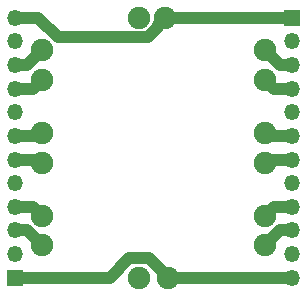
<source format=gbr>
G04 #@! TF.GenerationSoftware,KiCad,Pcbnew,5.1.5-rc1*
G04 #@! TF.CreationDate,2019-11-07T02:23:59+00:00*
G04 #@! TF.ProjectId,substrate_adapter,73756273-7472-4617-9465-5f6164617074,rev?*
G04 #@! TF.SameCoordinates,Original*
G04 #@! TF.FileFunction,Copper,L1,Top*
G04 #@! TF.FilePolarity,Positive*
%FSLAX46Y46*%
G04 Gerber Fmt 4.6, Leading zero omitted, Abs format (unit mm)*
G04 Created by KiCad (PCBNEW 5.1.5-rc1) date 2019-11-07 02:23:59*
%MOMM*%
%LPD*%
G04 APERTURE LIST*
%ADD10C,1.900000*%
%ADD11O,1.350000X1.350000*%
%ADD12R,1.350000X1.350000*%
%ADD13C,1.000000*%
G04 APERTURE END LIST*
D10*
X-9450000Y8250000D03*
X-9450000Y1250000D03*
X-9450000Y-5750000D03*
X9450000Y8250000D03*
X9450000Y1250000D03*
X9450000Y-5750000D03*
D11*
X-11700000Y11000000D03*
X-11700000Y9000000D03*
X-11700000Y7000000D03*
X-11700000Y5000000D03*
X-11700000Y3000000D03*
X-11700000Y1000000D03*
X-11700000Y-1000000D03*
X-11700000Y-3000000D03*
X-11700000Y-5000000D03*
X-11700000Y-7000000D03*
X-11700000Y-9000000D03*
D12*
X-11700000Y-11000000D03*
D10*
X-1250000Y11000000D03*
X1250000Y-11000000D03*
D11*
X11700000Y-11000000D03*
X11700000Y-9000000D03*
X11700000Y-7000000D03*
X11700000Y-5000000D03*
X11700000Y-3000000D03*
X11700000Y-1000000D03*
X11700000Y1000000D03*
X11700000Y3000000D03*
X11700000Y5000000D03*
X11700000Y7000000D03*
X11700000Y9000000D03*
D12*
X11700000Y11000000D03*
D10*
X-9450000Y5750000D03*
X-9450000Y-1250000D03*
X-9450000Y-8250000D03*
X-1250000Y-11000000D03*
X1000000Y11000000D03*
X9450000Y5750000D03*
X9450000Y-1250000D03*
X9450000Y-8250000D03*
D13*
X-10700000Y7000000D02*
X-9450000Y8250000D01*
X-11700000Y7000000D02*
X-10700000Y7000000D01*
X-9700000Y1000000D02*
X-9450000Y1250000D01*
X-11700000Y1000000D02*
X-9700000Y1000000D01*
X-10200000Y-5000000D02*
X-9450000Y-5750000D01*
X-11700000Y-5000000D02*
X-10200000Y-5000000D01*
X10700000Y7000000D02*
X9450000Y8250000D01*
X11700000Y7000000D02*
X10700000Y7000000D01*
X9700000Y1000000D02*
X9450000Y1250000D01*
X11700000Y1000000D02*
X9700000Y1000000D01*
X10200000Y-5000000D02*
X9450000Y-5750000D01*
X11700000Y-5000000D02*
X10200000Y-5000000D01*
X11700000Y-11000000D02*
X1250000Y-11000000D01*
X-400001Y-9349999D02*
X300001Y-10050001D01*
X-3692002Y-11000000D02*
X-2042001Y-9349999D01*
X300001Y-10050001D02*
X1250000Y-11000000D01*
X-2042001Y-9349999D02*
X-400001Y-9349999D01*
X-11700000Y-11000000D02*
X-3692002Y-11000000D01*
X-10700000Y-7000000D02*
X-9450000Y-8250000D01*
X-11700000Y-7000000D02*
X-10700000Y-7000000D01*
X-9700000Y-1000000D02*
X-9450000Y-1250000D01*
X-11700000Y-1000000D02*
X-9700000Y-1000000D01*
X-10200000Y5000000D02*
X-9450000Y5750000D01*
X-11700000Y5000000D02*
X-10200000Y5000000D01*
X11700000Y11000000D02*
X1000000Y11000000D01*
X-457999Y9349999D02*
X-8107997Y9349999D01*
X-9757998Y11000000D02*
X-10745406Y11000000D01*
X-8107997Y9349999D02*
X-9757998Y11000000D01*
X400001Y10207999D02*
X-457999Y9349999D01*
X400001Y10400001D02*
X400001Y10207999D01*
X-10745406Y11000000D02*
X-11700000Y11000000D01*
X1000000Y11000000D02*
X400001Y10400001D01*
X10700000Y-7000000D02*
X9450000Y-8250000D01*
X11700000Y-7000000D02*
X10700000Y-7000000D01*
X9700000Y-1000000D02*
X9450000Y-1250000D01*
X11700000Y-1000000D02*
X9700000Y-1000000D01*
X10200000Y5000000D02*
X9450000Y5750000D01*
X11700000Y5000000D02*
X10200000Y5000000D01*
M02*

</source>
